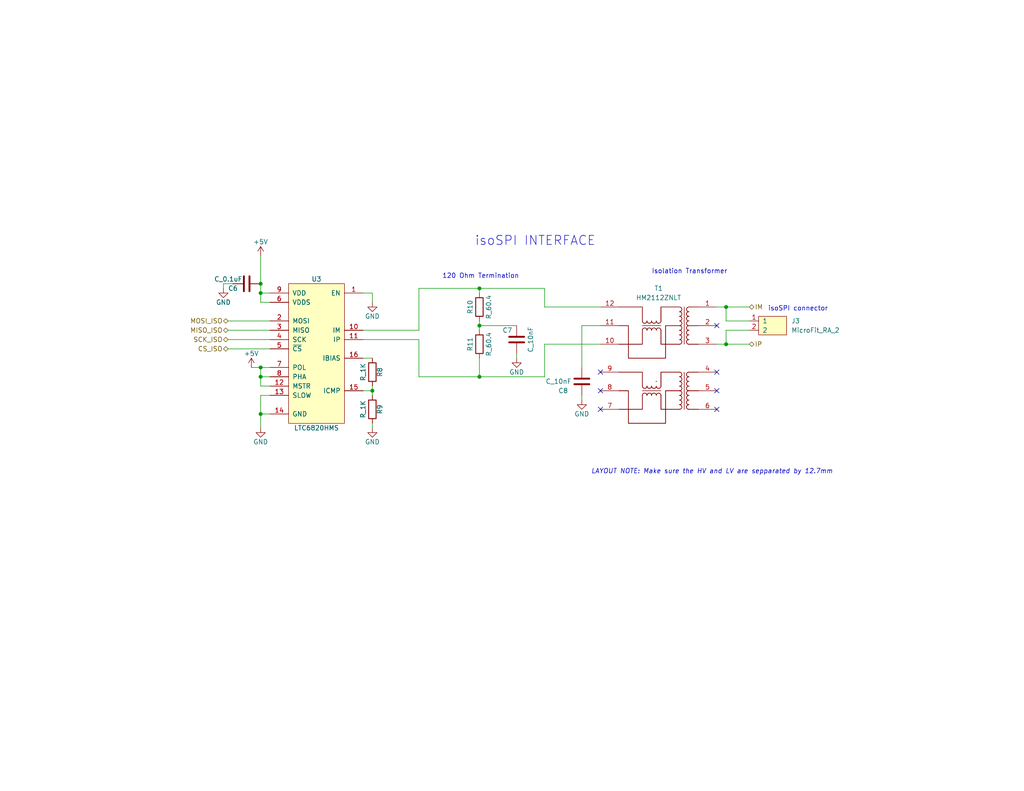
<source format=kicad_sch>
(kicad_sch (version 20230121) (generator eeschema)
  (paper "A")
  (title_block (title "BMS Core | isoSPI Interface") (date "2022-12-03") (rev "0") (company "Olin Electric Motorsports") (comment 1 "Melissa Kazazic"))
  (lib_symbols
    (symbol "OEM:0u1F" (pin_numbers hide) (pin_names (offset 0.254))
      (property "Reference" "C" (at 0.635 2.54 0))
      (property "Value" "0u1F" (at 0.635 -2.54 0))
      (symbol "0u1F_0_1"
        (polyline (pts (xy -2.032 -0.762) (xy 2.032 -0.762)) (stroke (width 0.508)))
        (polyline (pts (xy -2.032 0.762) (xy 2.032 0.762)) (stroke (width 0.508)))
      )
      (symbol "0u1F_1_1"
        (pin passive line (at 0 3.81 270) (length 2.794) (name "~") (number "1"))
        (pin passive line (at 0 -3.81 90) (length 2.794) (name "~") (number "2"))
      )
    )
    (symbol "OEM:10nF" (pin_numbers hide) (pin_names (offset 0.254))
      (property "Reference" "C" (at 0.635 2.54 0))
      (property "Value" "10nF" (at 0.635 -2.54 0))
      (symbol "10nF_0_1"
        (polyline (pts (xy -2.032 -0.762) (xy 2.032 -0.762)) (stroke (width 0.508)))
        (polyline (pts (xy -2.032 0.762) (xy 2.032 0.762)) (stroke (width 0.508)))
      )
      (symbol "10nF_1_1"
        (pin passive line (at 0 3.81 270) (length 2.794) (name "~") (number "1"))
        (pin passive line (at 0 -3.81 90) (length 2.794) (name "~") (number "2"))
      )
    )
    (symbol "OEM:1KR" (pin_numbers hide) (pin_names (offset 0))
      (property "Reference" "R" (at 2.032 0 90))
      (property "Value" "1KR" (at 0 0 90))
      (symbol "1KR_0_1"
        (rectangle (start -1.016 -2.54) (end 1.016 2.54) (stroke (width 0.254)))
      )
      (symbol "1KR_1_1"
        (pin passive line (at 0 3.81 270) (length 1.27) (name "~") (number "1"))
        (pin passive line (at 0 -3.81 90) (length 1.27) (name "~") (number "2"))
      )
    )
    (symbol "OEM:60R4" (pin_numbers hide) (pin_names (offset 0))
      (property "Reference" "R" (at 2.032 0 90))
      (property "Value" "60R4" (at 0 0 90))
      (symbol "60R4_0_1"
        (rectangle (start -1.016 -2.54) (end 1.016 2.54) (stroke (width 0.254)))
      )
      (symbol "60R4_1_1"
        (pin passive line (at 0 3.81 270) (length 1.27) (name "~") (number "1"))
        (pin passive line (at 0 -3.81 90) (length 1.27) (name "~") (number "2"))
      )
    )
    (symbol "OEM:HM2112ZNLT" (pin_names (offset 0.762))
      (property "Reference" "T" (at -5.08 27.94 0))
      (property "Value" "HM2112ZNLT" (at -5.08 25.4 0))
      (symbol "HM2112ZNLT_0_0"
        (pin passive line (at -17.78 21.59 0) (length 5.08) (name "") (number "1"))
        (pin passive line (at 13.97 11.43 180) (length 5.08) (name "") (number "10"))
        (pin passive line (at 13.97 16.51 180) (length 5.08) (name "") (number "11"))
        (pin passive line (at 13.97 21.59 180) (length 5.08) (name "") (number "12"))
        (pin passive line (at -17.78 16.51 0) (length 5.08) (name "") (number "2"))
        (pin passive line (at -17.78 11.43 0) (length 5.08) (name "") (number "3"))
        (pin passive line (at -17.78 3.81 0) (length 5.08) (name "") (number "4"))
        (pin passive line (at -17.78 -1.27 0) (length 5.08) (name "") (number "5"))
        (pin passive line (at -17.78 -6.35 0) (length 5.08) (name "") (number "6"))
        (pin passive line (at 13.97 -6.35 180) (length 5.08) (name "") (number "7"))
        (pin passive line (at 13.97 -1.27 180) (length 5.08) (name "") (number "8"))
        (pin passive line (at 13.97 3.81 180) (length 5.08) (name "") (number "9"))
      )
      (symbol "HM2112ZNLT_0_1"
        (arc (start -10.16 -6.35) (mid -9.5277 -5.715) (end -10.16 -5.08))
        (arc (start -10.16 -6.35) (mid -9.5277 -5.715) (end -10.16 -5.08))
        (arc (start -10.16 -5.08) (mid -9.5277 -4.445) (end -10.16 -3.81))
        (arc (start -10.16 -5.08) (mid -9.5277 -4.445) (end -10.16 -3.81))
        (arc (start -10.16 -3.81) (mid -9.5277 -3.175) (end -10.16 -2.54))
        (arc (start -10.16 -3.81) (mid -9.5277 -3.175) (end -10.16 -2.54))
        (arc (start -10.16 -2.54) (mid -9.5277 -1.905) (end -10.16 -1.27))
        (arc (start -10.16 -2.54) (mid -9.5277 -1.905) (end -10.16 -1.27))
        (arc (start -10.16 -1.27) (mid -9.5277 -0.635) (end -10.16 0))
        (arc (start -10.16 -1.27) (mid -9.5277 -0.635) (end -10.16 0))
        (arc (start -10.16 0) (mid -9.5277 0.635) (end -10.16 1.27))
        (arc (start -10.16 0) (mid -9.5277 0.635) (end -10.16 1.27))
        (arc (start -10.16 1.27) (mid -9.5277 1.905) (end -10.16 2.54))
        (arc (start -10.16 1.27) (mid -9.5277 1.905) (end -10.16 2.54))
        (arc (start -10.16 2.54) (mid -9.5277 3.175) (end -10.16 3.81))
        (arc (start -10.16 2.54) (mid -9.5277 3.175) (end -10.16 3.81))
        (arc (start -10.16 11.43) (mid -9.5277 12.065) (end -10.16 12.7))
        (arc (start -10.16 11.43) (mid -9.5277 12.065) (end -10.16 12.7))
        (arc (start -10.16 12.7) (mid -9.5277 13.335) (end -10.16 13.97))
        (arc (start -10.16 12.7) (mid -9.5277 13.335) (end -10.16 13.97))
        (arc (start -10.16 13.97) (mid -9.5277 14.605) (end -10.16 15.24))
        (arc (start -10.16 13.97) (mid -9.5277 14.605) (end -10.16 15.24))
        (arc (start -10.16 15.24) (mid -9.5277 15.875) (end -10.16 16.51))
        (arc (start -10.16 15.24) (mid -9.5277 15.875) (end -10.16 16.51))
        (arc (start -10.16 16.51) (mid -9.5277 17.145) (end -10.16 17.78))
        (arc (start -10.16 16.51) (mid -9.5277 17.145) (end -10.16 17.78))
        (arc (start -10.16 17.78) (mid -9.5277 18.415) (end -10.16 19.05))
        (arc (start -10.16 17.78) (mid -9.5277 18.415) (end -10.16 19.05))
        (arc (start -10.16 19.05) (mid -9.5277 19.685) (end -10.16 20.32))
        (arc (start -10.16 19.05) (mid -9.5277 19.685) (end -10.16 20.32))
        (arc (start -10.16 20.32) (mid -9.5277 20.955) (end -10.16 21.59))
        (arc (start -10.16 20.32) (mid -9.5277 20.955) (end -10.16 21.59))
        (arc (start -7.62 -5.08) (mid -8.2523 -5.715) (end -7.62 -6.35))
        (arc (start -7.62 -5.08) (mid -8.2523 -5.715) (end -7.62 -6.35))
        (arc (start -7.62 -3.81) (mid -8.2523 -4.445) (end -7.62 -5.08))
        (arc (start -7.62 -3.81) (mid -8.2523 -4.445) (end -7.62 -5.08))
        (arc (start -7.62 -2.54) (mid -8.2523 -3.175) (end -7.62 -3.81))
        (arc (start -7.62 -2.54) (mid -8.2523 -3.175) (end -7.62 -3.81))
        (arc (start -7.62 -1.27) (mid -8.2523 -1.905) (end -7.62 -2.54))
        (arc (start -7.62 -1.27) (mid -8.2523 -1.905) (end -7.62 -2.54))
        (arc (start -7.62 0) (mid -8.2523 -0.635) (end -7.62 -1.27))
        (arc (start -7.62 0) (mid -8.2523 -0.635) (end -7.62 -1.27))
        (arc (start -7.62 1.27) (mid -8.2523 0.635) (end -7.62 0))
        (arc (start -7.62 1.27) (mid -8.2523 0.635) (end -7.62 0))
        (arc (start -7.62 2.54) (mid -8.2523 1.905) (end -7.62 1.27))
        (arc (start -7.62 2.54) (mid -8.2523 1.905) (end -7.62 1.27))
        (arc (start -7.62 3.81) (mid -8.2523 3.175) (end -7.62 2.54))
        (arc (start -7.62 3.81) (mid -8.2523 3.175) (end -7.62 2.54))
        (arc (start -7.62 12.7) (mid -8.2523 12.065) (end -7.62 11.43))
        (arc (start -7.62 12.7) (mid -8.2523 12.065) (end -7.62 11.43))
        (arc (start -7.62 13.97) (mid -8.2523 13.335) (end -7.62 12.7))
        (arc (start -7.62 13.97) (mid -8.2523 13.335) (end -7.62 12.7))
        (arc (start -7.62 15.24) (mid -8.2523 14.605) (end -7.62 13.97))
        (arc (start -7.62 15.24) (mid -8.2523 14.605) (end -7.62 13.97))
        (arc (start -7.62 16.51) (mid -8.2523 15.875) (end -7.62 15.24))
        (arc (start -7.62 16.51) (mid -8.2523 15.875) (end -7.62 15.24))
        (arc (start -7.62 17.78) (mid -8.2523 17.145) (end -7.62 16.51))
        (arc (start -7.62 17.78) (mid -8.2523 17.145) (end -7.62 16.51))
        (arc (start -7.62 19.05) (mid -8.2523 18.415) (end -7.62 17.78))
        (arc (start -7.62 19.05) (mid -8.2523 18.415) (end -7.62 17.78))
        (arc (start -7.62 20.32) (mid -8.2523 19.685) (end -7.62 19.05))
        (arc (start -7.62 20.32) (mid -8.2523 19.685) (end -7.62 19.05))
        (arc (start -7.62 21.59) (mid -8.2523 20.955) (end -7.62 20.32))
        (arc (start -7.62 21.59) (mid -8.2523 20.955) (end -7.62 20.32))
        (arc (start -2.54 0) (mid -1.905 -0.6323) (end -1.27 0))
        (arc (start -2.54 0) (mid -1.905 -0.6323) (end -1.27 0))
        (arc (start -2.54 17.78) (mid -1.905 17.1477) (end -1.27 17.78))
        (arc (start -2.54 17.78) (mid -1.905 17.1477) (end -1.27 17.78))
        (arc (start -1.27 -2.54) (mid -1.905 -1.9077) (end -2.54 -2.54))
        (arc (start -1.27 -2.54) (mid -1.905 -1.9077) (end -2.54 -2.54))
        (arc (start -1.27 0) (mid -0.635 -0.6323) (end 0 0))
        (arc (start -1.27 0) (mid -0.635 -0.6323) (end 0 0))
        (circle (center -1.27 1.27) (radius 0.0001))
        (arc (start -1.27 15.24) (mid -1.905 15.8723) (end -2.54 15.24))
        (arc (start -1.27 15.24) (mid -1.905 15.8723) (end -2.54 15.24))
        (arc (start -1.27 17.78) (mid -0.635 17.1477) (end 0 17.78))
        (arc (start -1.27 17.78) (mid -0.635 17.1477) (end 0 17.78))
        (arc (start 0 -2.54) (mid -0.635 -1.9077) (end -1.27 -2.54))
        (arc (start 0 -2.54) (mid -0.635 -1.9077) (end -1.27 -2.54))
        (polyline (pts (xy -10.16 -6.35) (xy -12.7 -6.35)))
        (polyline (pts (xy -10.16 -6.35) (xy -12.7 -6.35)))
        (polyline (pts (xy -10.16 -1.27) (xy -12.7 -1.27)))
        (polyline (pts (xy -10.16 -1.27) (xy -12.7 -1.27)))
        (polyline (pts (xy -10.16 3.81) (xy -12.7 3.81)))
        (polyline (pts (xy -10.16 3.81) (xy -12.7 3.81)))
        (polyline (pts (xy -10.16 11.43) (xy -12.7 11.43)))
        (polyline (pts (xy -10.16 11.43) (xy -12.7 11.43)))
        (polyline (pts (xy -10.16 16.51) (xy -12.7 16.51)))
        (polyline (pts (xy -10.16 16.51) (xy -12.7 16.51)))
        (polyline (pts (xy -10.16 21.59) (xy -12.7 21.59)))
        (polyline (pts (xy -10.16 21.59) (xy -12.7 21.59)))
        (polyline (pts (xy -8.89 3.81) (xy -8.89 -6.35)))
        (polyline (pts (xy -8.89 21.59) (xy -8.89 11.43)))
        (polyline (pts (xy -2.54 -1.27) (xy 2.54 -1.27)))
        (polyline (pts (xy -2.54 1.27) (xy -2.54 0)))
        (polyline (pts (xy -2.54 1.27) (xy -2.54 0)))
        (polyline (pts (xy -2.54 16.51) (xy 2.54 16.51)))
        (polyline (pts (xy -2.54 19.05) (xy -2.54 17.78)))
        (polyline (pts (xy -2.54 19.05) (xy -2.54 17.78)))
        (polyline (pts (xy -7.62 -6.35) (xy -2.54 -6.35) (xy -2.54 -2.54)))
        (polyline (pts (xy -7.62 -6.35) (xy -2.54 -6.35) (xy -2.54 -2.54)))
        (polyline (pts (xy -7.62 3.81) (xy -2.54 3.81) (xy -2.54 1.27)))
        (polyline (pts (xy -7.62 3.81) (xy -2.54 3.81) (xy -2.54 1.27)))
        (polyline (pts (xy -7.62 11.43) (xy -2.54 11.43) (xy -2.54 15.24)))
        (polyline (pts (xy -7.62 11.43) (xy -2.54 11.43) (xy -2.54 15.24)))
        (polyline (pts (xy -7.62 21.59) (xy -2.54 21.59) (xy -2.54 19.05)))
        (polyline (pts (xy -7.62 21.59) (xy -2.54 21.59) (xy -2.54 19.05)))
        (polyline (pts (xy 2.54 -2.54) (xy 2.54 -6.35) (xy 8.89 -6.35)))
        (polyline (pts (xy 2.54 -2.54) (xy 2.54 -6.35) (xy 8.89 -6.35)))
        (polyline (pts (xy 2.54 0) (xy 2.54 3.81) (xy 8.89 3.81)))
        (polyline (pts (xy 2.54 0) (xy 2.54 3.81) (xy 8.89 3.81)))
        (polyline (pts (xy 2.54 15.24) (xy 2.54 11.43) (xy 8.89 11.43)))
        (polyline (pts (xy 2.54 15.24) (xy 2.54 11.43) (xy 8.89 11.43)))
        (polyline (pts (xy 2.54 17.78) (xy 2.54 21.59) (xy 8.89 21.59)))
        (polyline (pts (xy 2.54 17.78) (xy 2.54 21.59) (xy 8.89 21.59)))
        (polyline (pts (xy -7.62 -1.27) (xy -3.81 -1.27) (xy -3.81 -10.16) (xy 6.35 -10.16) (xy 6.35 -1.27) (xy 8.89 -1.27)))
        (polyline (pts (xy -7.62 -1.27) (xy -3.81 -1.27) (xy -3.81 -10.16) (xy 6.35 -10.16) (xy 6.35 -1.27) (xy 8.89 -1.27)))
        (polyline (pts (xy -7.62 16.51) (xy -3.81 16.51) (xy -3.81 7.62) (xy 6.35 7.62) (xy 6.35 16.51) (xy 8.89 16.51)))
        (polyline (pts (xy -7.62 16.51) (xy -3.81 16.51) (xy -3.81 7.62) (xy 6.35 7.62) (xy 6.35 16.51) (xy 8.89 16.51)))
        (arc (start 0 0) (mid 0.635 -0.6323) (end 1.27 0))
        (arc (start 0 0) (mid 0.635 -0.6323) (end 1.27 0))
        (arc (start 0 15.24) (mid -0.635 15.8723) (end -1.27 15.24))
        (arc (start 0 15.24) (mid -0.635 15.8723) (end -1.27 15.24))
        (arc (start 0 17.78) (mid 0.635 17.1477) (end 1.27 17.78))
        (arc (start 0 17.78) (mid 0.635 17.1477) (end 1.27 17.78))
        (arc (start 1.27 -2.54) (mid 0.635 -1.9077) (end 0 -2.54))
        (arc (start 1.27 -2.54) (mid 0.635 -1.9077) (end 0 -2.54))
        (arc (start 1.27 0) (mid 1.905 -0.6323) (end 2.54 0))
        (arc (start 1.27 0) (mid 1.905 -0.6323) (end 2.54 0))
        (arc (start 1.27 15.24) (mid 0.635 15.8723) (end 0 15.24))
        (arc (start 1.27 15.24) (mid 0.635 15.8723) (end 0 15.24))
        (arc (start 1.27 17.78) (mid 1.905 17.1477) (end 2.54 17.78))
        (arc (start 1.27 17.78) (mid 1.905 17.1477) (end 2.54 17.78))
        (arc (start 2.54 -2.54) (mid 1.905 -1.9077) (end 1.27 -2.54))
        (arc (start 2.54 -2.54) (mid 1.905 -1.9077) (end 1.27 -2.54))
        (arc (start 2.54 15.24) (mid 1.905 15.8723) (end 1.27 15.24))
        (arc (start 2.54 15.24) (mid 1.905 15.8723) (end 1.27 15.24))
      )
    )
    (symbol "OEM:LTC6820HMS" (pin_names (offset 1.016))
      (property "Reference" "U" (at 0 19.05 0))
      (property "Value" "LTC6820HMS" (at 0 -21.59 0))
      (symbol "LTC6820HMS_0_1"
        (rectangle (start 7.62 17.78) (end -7.62 -20.32) (fill (type background)))
      )
      (symbol "LTC6820HMS_1_1"
        (pin input line (at 12.7 15.24 180) (length 5.08) (name "EN") (number "1"))
        (pin input line (at 12.7 5.08 180) (length 5.08) (name "IM") (number "10"))
        (pin input line (at 12.7 2.54 180) (length 5.08) (name "IP") (number "11"))
        (pin input line (at -12.7 -10.16 0) (length 5.08) (name "MSTR") (number "12"))
        (pin input line (at -12.7 -12.7 0) (length 5.08) (name "SLOW") (number "13"))
        (pin input line (at -12.7 -17.78 0) (length 5.08) (name "GND") (number "14"))
        (pin input line (at 12.7 -11.43 180) (length 5.08) (name "ICMP") (number "15"))
        (pin input line (at 12.7 -2.54 180) (length 5.08) (name "IBIAS") (number "16"))
        (pin input line (at -12.7 7.62 0) (length 5.08) (name "MOSI") (number "2"))
        (pin input line (at -12.7 5.08 0) (length 5.08) (name "MISO") (number "3"))
        (pin input line (at -12.7 2.54 0) (length 5.08) (name "SCK") (number "4"))
        (pin input line (at -12.7 0 0) (length 5.08) (name "~{CS}") (number "5"))
        (pin input line (at -12.7 12.7 0) (length 5.08) (name "VDDS") (number "6"))
        (pin input line (at -12.7 -5.08 0) (length 5.08) (name "POL") (number "7"))
        (pin input line (at -12.7 -7.62 0) (length 5.08) (name "PHA") (number "8"))
        (pin input line (at -12.7 15.24 0) (length 5.08) (name "VDD") (number "9"))
      )
    )
    (symbol "OEM:MicroFit_RA_2" (pin_names (offset 1.016))
      (property "Reference" "J" (at -2.54 1.27 0))
      (property "Value" "MicroFit_RA_2" (at 0 -3.81 0))
      (symbol "MicroFit_RA_2_1_1"
        (rectangle (start 3.81 -2.54) (end -3.81 2.54) (fill (type background)))
        (pin bidirectional line (at 6.35 1.27 180) (length 2.54) (name "1") (number "1"))
        (pin bidirectional line (at 6.35 -1.27 180) (length 2.54) (name "2") (number "2"))
      )
    )
    (symbol "power:+5V" (power) (pin_names (offset 0))
      (property "Value" "+5V" (at 0 3.556 0))
      (symbol "+5V_0_1"
        (polyline (pts (xy -0.762 1.27) (xy 0 2.54)))
        (polyline (pts (xy 0 0) (xy 0 2.54)))
        (polyline (pts (xy 0 2.54) (xy 0.762 1.27)))
      )
      (symbol "+5V_1_1"
        (pin power_in line (at 0 0 90) (length 0) hide (name "+5V") (number "1"))
      )
    )
    (symbol "power:GND" (power) (pin_names (offset 0))
      (property "Value" "GND" (at 0 -3.81 0))
      (symbol "GND_0_1"
        (polyline (pts (xy 0 0) (xy 0 -1.27) (xy 1.27 -1.27) (xy 0 -2.54) (xy -1.27 -1.27) (xy 0 -1.27)))
      )
      (symbol "GND_1_1"
        (pin power_in line (at 0 0 270) (length 0) hide (name "GND") (number "1"))
      )
    )
  )
  (junction (at 130.81 88.9))
  (junction (at 198.12 83.82))
  (junction (at 198.12 93.98))
  (junction (at 130.81 78.74))
  (junction (at 71.12 102.87))
  (junction (at 71.12 80.01))
  (junction (at 130.81 102.87))
  (junction (at 71.12 100.33))
  (junction (at 71.12 113.03))
  (junction (at 101.6 106.68))
  (junction (at 71.12 77.47))
  (no_connect (at 195.58 111.76))
  (no_connect (at 195.58 106.68))
  (no_connect (at 163.83 111.76))
  (no_connect (at 195.58 101.6))
  (no_connect (at 163.83 101.6))
  (no_connect (at 163.83 106.68))
  (no_connect (at 195.58 88.9))
  (wire (pts (xy 148.59 93.98) (xy 163.83 93.98)))
  (wire (pts (xy 198.12 93.98) (xy 204.47 93.98)))
  (wire (pts (xy 71.12 113.03) (xy 71.12 116.84)))
  (wire (pts (xy 73.66 113.03) (xy 71.12 113.03)))
  (wire (pts (xy 114.3 90.17) (xy 114.3 78.74)))
  (wire (pts (xy 101.6 106.68) (xy 99.06 106.68)))
  (wire (pts (xy 73.66 102.87) (xy 71.12 102.87)))
  (wire (pts (xy 198.12 93.98) (xy 198.12 90.17)))
  (wire (pts (xy 158.75 107.95) (xy 158.75 109.22)))
  (wire (pts (xy 101.6 80.01) (xy 99.06 80.01)))
  (wire (pts (xy 158.75 88.9) (xy 158.75 100.33)))
  (wire (pts (xy 71.12 82.55) (xy 71.12 80.01)))
  (wire (pts (xy 130.81 87.63) (xy 130.81 88.9)))
  (wire (pts (xy 101.6 107.95) (xy 101.6 106.68)))
  (wire (pts (xy 73.66 82.55) (xy 71.12 82.55)))
  (wire (pts (xy 73.66 107.95) (xy 71.12 107.95)))
  (wire (pts (xy 148.59 83.82) (xy 163.83 83.82)))
  (wire (pts (xy 198.12 83.82) (xy 204.47 83.82)))
  (wire (pts (xy 198.12 87.63) (xy 204.47 87.63)))
  (wire (pts (xy 63.5 77.47) (xy 60.96 77.47)))
  (wire (pts (xy 130.81 97.79) (xy 130.81 102.87)))
  (wire (pts (xy 130.81 88.9) (xy 140.97 88.9)))
  (wire (pts (xy 198.12 83.82) (xy 198.12 87.63)))
  (wire (pts (xy 71.12 107.95) (xy 71.12 113.03)))
  (wire (pts (xy 101.6 82.55) (xy 101.6 80.01)))
  (wire (pts (xy 148.59 78.74) (xy 130.81 78.74)))
  (wire (pts (xy 73.66 100.33) (xy 71.12 100.33)))
  (wire (pts (xy 114.3 102.87) (xy 114.3 92.71)))
  (wire (pts (xy 198.12 90.17) (xy 204.47 90.17)))
  (wire (pts (xy 114.3 92.71) (xy 99.06 92.71)))
  (wire (pts (xy 68.58 100.33) (xy 71.12 100.33)))
  (wire (pts (xy 73.66 90.17) (xy 62.23 90.17)))
  (wire (pts (xy 101.6 106.68) (xy 101.6 105.41)))
  (wire (pts (xy 130.81 102.87) (xy 114.3 102.87)))
  (wire (pts (xy 130.81 88.9) (xy 130.81 90.17)))
  (wire (pts (xy 198.12 93.98) (xy 195.58 93.98)))
  (wire (pts (xy 71.12 69.85) (xy 71.12 77.47)))
  (wire (pts (xy 101.6 97.79) (xy 99.06 97.79)))
  (wire (pts (xy 71.12 80.01) (xy 71.12 77.47)))
  (wire (pts (xy 73.66 105.41) (xy 71.12 105.41)))
  (wire (pts (xy 140.97 96.52) (xy 140.97 97.79)))
  (wire (pts (xy 71.12 102.87) (xy 71.12 100.33)))
  (wire (pts (xy 114.3 78.74) (xy 130.81 78.74)))
  (wire (pts (xy 198.12 83.82) (xy 195.58 83.82)))
  (wire (pts (xy 130.81 102.87) (xy 148.59 102.87)))
  (wire (pts (xy 60.96 77.47) (xy 60.96 78.74)))
  (wire (pts (xy 73.66 87.63) (xy 62.23 87.63)))
  (wire (pts (xy 163.83 88.9) (xy 158.75 88.9)))
  (wire (pts (xy 101.6 115.57) (xy 101.6 116.84)))
  (wire (pts (xy 73.66 92.71) (xy 62.23 92.71)))
  (wire (pts (xy 99.06 90.17) (xy 114.3 90.17)))
  (wire (pts (xy 71.12 105.41) (xy 71.12 102.87)))
  (wire (pts (xy 148.59 83.82) (xy 148.59 78.74)))
  (wire (pts (xy 130.81 78.74) (xy 130.81 80.01)))
  (wire (pts (xy 73.66 80.01) (xy 71.12 80.01)))
  (wire (pts (xy 62.23 95.25) (xy 73.66 95.25)))
  (wire (pts (xy 148.59 102.87) (xy 148.59 93.98)))
  (text "isoSPI INTERFACE" (at 129.54 67.31 0) (effects (font (size 2.4892 2.4892)) (justify left bottom)))
  (text "isoSPI connector" (at 209.55 85.09 0) (effects (font (size 1.27 1.27)) (justify left bottom)))
  (text "Isolation Transformer" (at 177.8 74.93 0) (effects (font (size 1.27 1.27)) (justify left bottom)))
  (text "LAYOUT NOTE: Make sure the HV and LV are sepparated by 12.7mm" (at 161.29 129.54 0) (effects (font (size 1.27 1.27) italic) (justify left bottom)))
  (text "120 Ohm Termination" (at 120.65 76.2 0) (effects (font (size 1.27 1.27)) (justify left bottom)))
  (hierarchical_label "MOSI_ISO" (shape bidirectional) (at 62.23 87.63 180))
  (hierarchical_label "MISO_ISO" (shape bidirectional) (at 62.23 90.17 180))
  (hierarchical_label "CS_ISO" (shape bidirectional) (at 62.23 95.25 180))
  (hierarchical_label "SCK_ISO" (shape bidirectional) (at 62.23 92.71 180))
  (hierarchical_label "IP" (shape bidirectional) (at 204.47 93.98 0))
  (hierarchical_label "IM" (shape bidirectional) (at 204.47 83.82 0))
  (symbol (lib_id "OEM:HM2112ZNLT") (at 177.8 105.41 0) (mirror y) (unit 1)
    (property "Reference" "T1" (at 179.705 78.74 0))
    (property "Value" "HM2112ZNLT" (at 179.705 81.28 0))
    (property "Footprint" "footprints:HM2112ZNLT" (effects hide))
    (property "Datasheet" "https://productfinder.pulseeng.com/doc_type/WEB301/doc_num/HM2112ZNL/doc_part/HM2112ZNL.pdf" (effects hide))
    (property "MPN" "HM2112ZNLT" (effects hide))
    (property "MFN" "Pulse" (effects hide))
    (property "DKPN" "553-HM2112ZNLTCT-ND" (effects hide))
    (property "NewDesigns" "YES" (effects hide))
    (property "Stocked" "Tape" (effects hide))
    (property "Package" "Custom" (effects hide))
    (property "Style" "SMD" (effects hide))
  )
  (symbol (lib_id "power:+5V") (at 71.12 69.85 0) (unit 1)
    (property "Reference" "#PWR0131" (effects hide))
    (property "Value" "+5V" (at 71.12 66.04 0))
  )
  (symbol (lib_id "power:GND") (at 140.97 97.79 0) (unit 1)
    (property "Reference" "#PWR0130" (effects hide))
    (property "Value" "GND" (at 140.97 101.6 0))
  )
  (symbol (lib_id "power:GND") (at 101.6 82.55 0) (unit 1)
    (property "Reference" "#PWR0127" (effects hide))
    (property "Value" "GND" (at 101.6 86.36 0))
  )
  (symbol (lib_id "power:GND") (at 71.12 116.84 0) (unit 1)
    (property "Reference" "#PWR0128" (effects hide))
    (property "Value" "GND" (at 71.12 120.65 0))
  )
  (symbol (lib_id "OEM:1KR") (at 101.6 101.6 0) (unit 1)
    (property "Reference" "R8" (at 103.632 101.6 90))
    (property "Value" "R_1K" (at 99.06 101.6 90))
    (property "Footprint" "OEM:R_0603" (effects hide))
    (property "Datasheet" "https://www.seielect.com/Catalog/SEI-rncp.pdf" (effects hide))
    (property "MFN" "DK" (effects hide))
    (property "MPN" "RNCP0805FTD1K00CT-ND" (effects hide))
    (property "DKPN" "RMCF0603FT1K00TR-ND" (effects hide))
    (property "NewDesigns" "YES" (effects hide))
    (property "Stocked" "Reel" (effects hide))
    (property "Package" "0603" (effects hide))
    (property "Style" "SMD" (effects hide))
  )
  (symbol (lib_id "OEM:60R4") (at 130.81 93.98 0) (unit 1)
    (property "Reference" "R11" (at 128.27 93.98 90))
    (property "Value" "R_60.4" (at 133.35 93.98 90))
    (property "Footprint" "OEM:R_0603" (effects hide))
    (property "Datasheet" "https://industrial.panasonic.com/cdbs/www-data/pdf/RDM0000/AOA0000C307.pdf" (effects hide))
    (property "MFN" "DK" (effects hide))
    (property "MPN" "P60.4DACT-ND" (effects hide))
    (property "DKPN" "RMCF0603FT60R4DKR-ND" (effects hide))
    (property "NewDesigns" "YES" (effects hide))
    (property "Stocked" "Digi-Reel" (effects hide))
    (property "Package" "0603" (effects hide))
    (property "Style" "SMD" (effects hide))
  )
  (symbol (lib_id "OEM:10nF") (at 158.75 104.14 0) (unit 1)
    (property "Reference" "C8" (at 153.67 106.68 0))
    (property "Value" "C_10nF" (at 152.4 104.14 0))
    (property "Footprint" "OEM:C_0603" (effects hide))
    (property "Datasheet" "http://www.samsungsem.com/kr/support/product-search/mlcc/__icsFiles/afieldfile/2018/07/23/CL21B103KBANNNC.pdf" (effects hide))
    (property "MFN" "DK" (effects hide))
    (property "MPN" "1276-1015-1-ND" (effects hide))
    (property "DKPN" "1276-1009-2-ND" (effects hide))
    (property "Package" "0603" (effects hide))
    (property "Stocked" "Reel" (effects hide))
    (property "NewDesigns" "YES" (effects hide))
    (property "Style" "SMD" (effects hide))
  )
  (symbol (lib_id "OEM:LTC6820HMS") (at 86.36 95.25 0) (unit 1)
    (property "Reference" "U3" (at 86.36 76.2 0))
    (property "Value" "LTC6820HMS" (at 86.36 116.84 0))
    (property "Footprint" "Package_SO:MSOP-16_3x4mm_P0.5mm" (effects hide))
    (property "Datasheet" "https://www.analog.com/media/en/technical-documentation/data-sheets/6820fb.pdf" (effects hide))
    (property "MFN" "DK" (effects hide))
    (property "MPN" "LTC6820HMS#TRPBFCT-ND" (effects hide))
    (property "DKPN" "505-LTC6820HMS#PBF-ND" (effects hide))
    (property "NewDesigns" "YES" (effects hide))
    (property "Stocked" "Tube" (effects hide))
    (property "Package" "16-MSOP" (effects hide))
    (property "Style" "SMD" (effects hide))
  )
  (symbol (lib_id "OEM:10nF") (at 140.97 92.71 0) (unit 1)
    (property "Reference" "C7" (at 138.43 90.17 0))
    (property "Value" "C_10nF" (at 144.78 92.71 90))
    (property "Footprint" "OEM:C_0603" (effects hide))
    (property "Datasheet" "http://www.samsungsem.com/kr/support/product-search/mlcc/__icsFiles/afieldfile/2018/07/23/CL21B103KBANNNC.pdf" (effects hide))
    (property "MFN" "DK" (effects hide))
    (property "MPN" "1276-1015-1-ND" (effects hide))
    (property "DKPN" "1276-1009-2-ND" (effects hide))
    (property "Package" "0603" (effects hide))
    (property "Stocked" "Reel" (effects hide))
    (property "NewDesigns" "YES" (effects hide))
    (property "Style" "SMD" (effects hide))
  )
  (symbol (lib_id "power:GND") (at 158.75 109.22 0) (unit 1)
    (property "Reference" "#PWR0129" (effects hide))
    (property "Value" "GND" (at 158.75 113.03 0))
  )
  (symbol (lib_id "OEM:60R4") (at 130.81 83.82 0) (unit 1)
    (property "Reference" "R10" (at 128.27 83.82 90))
    (property "Value" "R_60.4" (at 133.35 83.82 90))
    (property "Footprint" "OEM:R_0603" (effects hide))
    (property "Datasheet" "https://industrial.panasonic.com/cdbs/www-data/pdf/RDM0000/AOA0000C307.pdf" (effects hide))
    (property "MFN" "DK" (effects hide))
    (property "MPN" "P60.4DACT-ND" (effects hide))
    (property "DKPN" "RMCF0603FT60R4DKR-ND" (effects hide))
    (property "NewDesigns" "YES" (effects hide))
    (property "Stocked" "Digi-Reel" (effects hide))
    (property "Package" "0603" (effects hide))
    (property "Style" "SMD" (effects hide))
  )
  (symbol (lib_id "power:+5V") (at 68.58 100.33 0) (unit 1)
    (property "Reference" "#PWR0126" (effects hide))
    (property "Value" "+5V" (at 68.58 96.52 0))
  )
  (symbol (lib_id "power:GND") (at 101.6 116.84 0) (unit 1)
    (property "Reference" "#PWR0124" (effects hide))
    (property "Value" "GND" (at 101.6 120.65 0))
  )
  (symbol (lib_id "OEM:MicroFit_RA_2") (at 210.82 88.9 0) (mirror y) (unit 1)
    (property "Reference" "J3" (at 215.9 87.6299 0) (effects (justify right)))
    (property "Value" "MicroFit_RA_2" (at 215.9 90.1699 0) (effects (justify right)))
    (property "Footprint" "footprints:MicroFit_RA_2" (effects hide))
    (property "Datasheet" "https://www.molex.com/pdm_docs/sd/436500201_sd.pdf" (effects hide))
    (property "MFN" "DK" (effects hide))
    (property "MPN" "WM1865-ND" (effects hide))
    (property "DKPN" "WM1865-ND" (effects hide))
    (property "NewDesigns" "YES" (effects hide))
    (property "Stocked" "Tray" (effects hide))
    (property "Package" "Custom" (effects hide))
    (property "Style" "THT" (effects hide))
    (property "MatesWith" "0436450200" (effects hide))
  )
  (symbol (lib_id "OEM:1KR") (at 101.6 111.76 0) (unit 1)
    (property "Reference" "R9" (at 103.632 111.76 90))
    (property "Value" "R_1K" (at 99.06 111.76 90))
    (property "Footprint" "OEM:R_0603" (effects hide))
    (property "Datasheet" "https://www.seielect.com/Catalog/SEI-rncp.pdf" (effects hide))
    (property "MFN" "DK" (effects hide))
    (property "MPN" "RNCP0805FTD1K00CT-ND" (effects hide))
    (property "DKPN" "RMCF0603FT1K00TR-ND" (effects hide))
    (property "NewDesigns" "YES" (effects hide))
    (property "Stocked" "Reel" (effects hide))
    (property "Package" "0603" (effects hide))
    (property "Style" "SMD" (effects hide))
  )
  (symbol (lib_id "power:GND") (at 60.96 78.74 0) (mirror y) (unit 1)
    (property "Reference" "#PWR0125" (effects hide))
    (property "Value" "GND" (at 60.96 82.55 0))
  )
  (symbol (lib_id "OEM:0u1F") (at 67.31 77.47 270) (mirror x) (unit 1)
    (property "Reference" "C6" (at 62.23 78.74 90) (effects (justify left)))
    (property "Value" "C_0.1uF" (at 58.42 76.2 90) (effects (justify left)))
    (property "Footprint" "OEM:C_0603" (effects hide))
    (property "Datasheet" "http://datasheets.avx.com/X7RDielectric.pdf" (effects hide))
    (property "MPN" "478-3352-1-ND" (effects hide))
    (property "MFN" "Digi-Key" (effects hide))
    (property "Package" "Value" (effects hide))
    (property "DKPN" "1276-1935-2-ND" (effects hide))
    (property "Stocked" "Reel" (effects hide))
    (property "NewDesigns" "YES" (effects hide))
    (property "Style" "SMD" (effects hide))
  )
)
</source>
